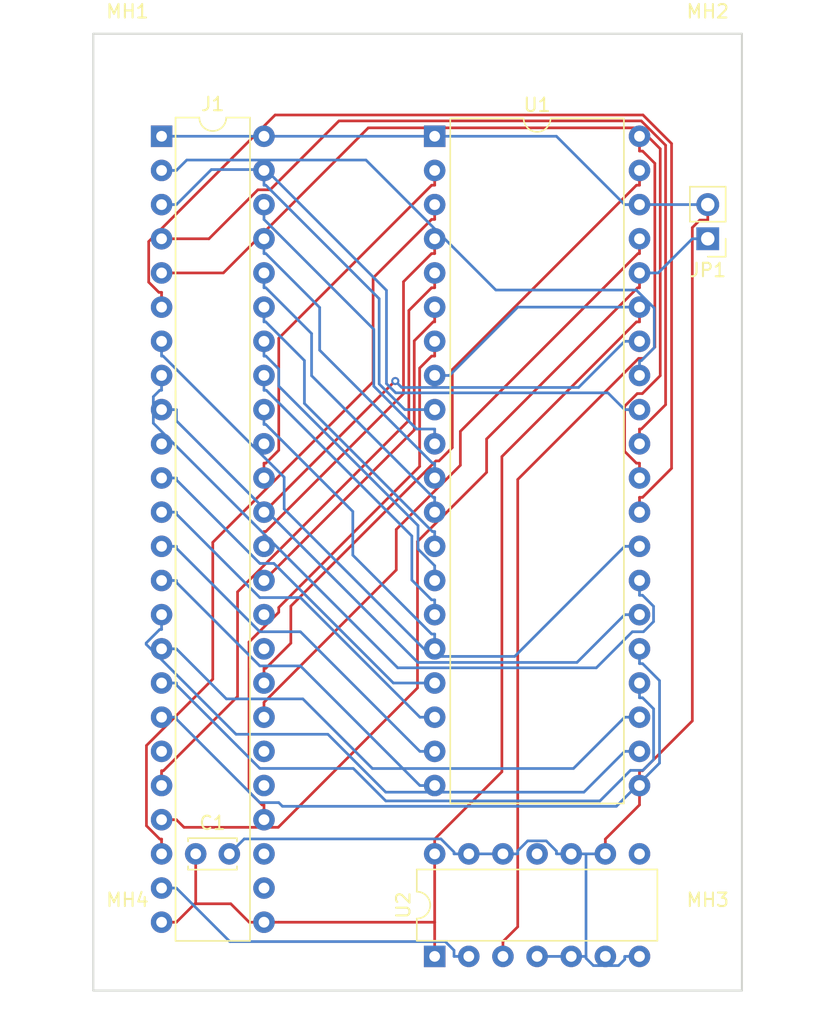
<source format=kicad_pcb>
(kicad_pcb (version 20221018) (generator pcbnew)
  (title_block (title "BionicMC6802") (company "Tadashi G. Takaoka"))
  (layers (0 "F.Cu" signal) (31 "B.Cu" signal) (34 "B.Paste" user) (35 "F.Paste" user) (36 "B.SilkS" user "B.Silkscreen") (37 "F.SilkS" user "F.Silkscreen") (38 "B.Mask" user) (39 "F.Mask" user) (44 "Edge.Cuts" user))
  (net 0 "")
  (net 1 "VCC")
  (net 2 "GND")
  (net 3 "/P53")
  (net 4 "/P26")
  (net 5 "/P27")
  (net 6 "/P47")
  (net 7 "/P46")
  (net 8 "/P25")
  (net 9 "/P24")
  (net 10 "/P23")
  (net 11 "/P22")
  (net 12 "/P21")
  (net 13 "/P20")
  (net 14 "/P34")
  (net 15 "/P35")
  (net 16 "/P17")
  (net 17 "/P36")
  (net 18 "/P16")
  (net 19 "/P15")
  (net 20 "/P40")
  (net 21 "/P14")
  (net 22 "/P41")
  (net 23 "/P13")
  (net 24 "/P42")
  (net 25 "/P12")
  (net 26 "/P11")
  (net 27 "/P10")
  (net 31 "/P33")
  (net 32 "/P32")
  (net 33 "/P31")
  (net 34 "/P30")
  (net 35 "/P51")
  (net 36 "/P55")
  (net 37 "/P43")
  (net 38 "/P37")
  (net 39 "/P50")
  (net 40 "/P52")
  (net 47 "Net-(U1-~{RESET})")
  (footprint "MountingHole:MountingHole_3.2mm_M3" (layer "F.Cu") (at 101 70)
    (fp_text reference "MH1" (at 0 -4.2) (layer "F.SilkS"))
    (fp_text value "MountingHole_3.2mm_M3")
    (pad "" np_thru_hole circle (at 0 0) (size 3.2 3.2) (drill 3.2) (layers "*.Cu" "*.Mask"))
  )
  (footprint "MountingHole:MountingHole_3.2mm_M3" (layer "F.Cu") (at 144.18 70)
    (fp_text reference "MH2" (at 0 -4.2) (layer "F.SilkS"))
    (fp_text value "MountingHole_3.2mm_M3")
    (pad "" np_thru_hole circle (at 0 0) (size 3.2 3.2) (drill 3.2) (layers "*.Cu" "*.Mask"))
  )
  (footprint "MountingHole:MountingHole_3.2mm_M3" (layer "F.Cu") (at 144.18 136.04)
    (fp_text reference "MH3" (at 0 -4.2) (layer "F.SilkS"))
    (fp_text value "MountingHole_3.2mm_M3")
    (pad "" np_thru_hole circle (at 0 0) (size 3.2 3.2) (drill 3.2) (layers "*.Cu" "*.Mask"))
  )
  (footprint "MountingHole:MountingHole_3.2mm_M3" (layer "F.Cu") (at 101 136.04)
    (fp_text reference "MH4" (at 0 -4.2) (layer "F.SilkS"))
    (fp_text value "MountingHole_3.2mm_M3")
    (pad "" np_thru_hole circle (at 0 0) (size 3.2 3.2) (drill 3.2) (layers "*.Cu" "*.Mask"))
  )
  (footprint "Package_DIP:DIP-14_W7.62mm" (layer "F.Cu") (at 123.86 136.04 90)
    (fp_text reference "U2" (at 3.81 -2.33 90) (layer "F.SilkS"))
    (fp_text value "74HCT126")
    (fp_line (start 1.16 -1.33) (end 1.16 16.57) (stroke (width 0.12)) (layer "F.SilkS"))
    (fp_line (start 1.16 16.57) (end 6.46 16.57) (stroke (width 0.12)) (layer "F.SilkS"))
    (fp_line (start 2.81 -1.33) (end 1.16 -1.33) (stroke (width 0.12)) (layer "F.SilkS"))
    (fp_line (start 6.46 -1.33) (end 4.81 -1.33) (stroke (width 0.12)) (layer "F.SilkS"))
    (fp_line (start 6.46 16.57) (end 6.46 -1.33) (stroke (width 0.12)) (layer "F.SilkS"))
    (fp_arc (start 4.81 -1.33) (mid 3.81 -0.33) (end 2.81 -1.33) (stroke (width 0.12)) (layer "F.SilkS"))
    (pad "1" thru_hole rect (at 0 0 90) (size 1.6 1.6) (drill 0.8) (layers "*.Cu" "*.Mask") (net 1 "VCC"))
    (pad "2" thru_hole oval (at 0 2.54 90) (size 1.6 1.6) (drill 0.8) (layers "*.Cu" "*.Mask") (net 3 "/P53"))
    (pad "3" thru_hole oval (at 0 5.08 90) (size 1.6 1.6) (drill 0.8) (layers "*.Cu" "*.Mask") (net 47 "Net-(U1-~{RESET})"))
    (pad "4" thru_hole oval (at 0 7.62 90) (size 1.6 1.6) (drill 0.8) (layers "*.Cu" "*.Mask") (net 2 "GND"))
    (pad "5" thru_hole oval (at 0 10.16 90) (size 1.6 1.6) (drill 0.8) (layers "*.Cu" "*.Mask") (net 2 "GND"))
    (pad "6" thru_hole oval (at 0 12.7 90) (size 1.6 1.6) (drill 0.8) (layers "*.Cu" "*.Mask"))
    (pad "7" thru_hole oval (at 0 15.24 90) (size 1.6 1.6) (drill 0.8) (layers "*.Cu" "*.Mask") (net 2 "GND"))
    (pad "8" thru_hole oval (at 7.62 15.24 90) (size 1.6 1.6) (drill 0.8) (layers "*.Cu" "*.Mask"))
    (pad "9" thru_hole oval (at 7.62 12.7 90) (size 1.6 1.6) (drill 0.8) (layers "*.Cu" "*.Mask") (net 2 "GND"))
    (pad "10" thru_hole oval (at 7.62 10.16 90) (size 1.6 1.6) (drill 0.8) (layers "*.Cu" "*.Mask") (net 2 "GND"))
    (pad "11" thru_hole oval (at 7.62 7.62 90) (size 1.6 1.6) (drill 0.8) (layers "*.Cu" "*.Mask"))
    (pad "12" thru_hole oval (at 7.62 5.08 90) (size 1.6 1.6) (drill 0.8) (layers "*.Cu" "*.Mask") (net 2 "GND"))
    (pad "13" thru_hole oval (at 7.62 2.54 90) (size 1.6 1.6) (drill 0.8) (layers "*.Cu" "*.Mask") (net 2 "GND"))
    (pad "14" thru_hole oval (at 7.62 0 90) (size 1.6 1.6) (drill 0.8) (layers "*.Cu" "*.Mask") (net 1 "VCC"))
  )
  (footprint "Connector_PinHeader_2.54mm:PinHeader_1x02_P2.54mm_Vertical" (layer "F.Cu") (at 144.18 82.7 180)
    (fp_text reference "JP1" (at 0 -2.33) (layer "F.SilkS"))
    (fp_text value "RAM_disable")
    (fp_line (start -1.33 -1.33) (end 0 -1.33) (stroke (width 0.12)) (layer "F.SilkS"))
    (fp_line (start -1.33 0) (end -1.33 -1.33) (stroke (width 0.12)) (layer "F.SilkS"))
    (fp_line (start -1.33 1.27) (end -1.33 3.87) (stroke (width 0.12)) (layer "F.SilkS"))
    (fp_line (start -1.33 1.27) (end 1.33 1.27) (stroke (width 0.12)) (layer "F.SilkS"))
    (fp_line (start -1.33 3.87) (end 1.33 3.87) (stroke (width 0.12)) (layer "F.SilkS"))
    (fp_line (start 1.33 1.27) (end 1.33 3.87) (stroke (width 0.12)) (layer "F.SilkS"))
    (pad "1" thru_hole rect (at 0 0 180) (size 1.7 1.7) (drill 1) (layers "*.Cu" "*.Mask") (net 35 "/P51"))
    (pad "2" thru_hole oval (at 0 2.54 180) (size 1.7 1.7) (drill 1) (layers "*.Cu" "*.Mask") (net 2 "GND"))
  )
  (footprint "Capacitor_THT:C_Disc_D3.4mm_W2.1mm_P2.50mm" (layer "F.Cu") (at 106.08 128.42)
    (fp_text reference "C1" (at 1.25 -2.3) (layer "F.SilkS"))
    (fp_text value "0.1u")
    (fp_line (start -0.57 -1.17) (end -0.57 -0.925) (stroke (width 0.12)) (layer "F.SilkS"))
    (fp_line (start -0.57 -1.17) (end 3.07 -1.17) (stroke (width 0.12)) (layer "F.SilkS"))
    (fp_line (start -0.57 0.925) (end -0.57 1.17) (stroke (width 0.12)) (layer "F.SilkS"))
    (fp_line (start -0.57 1.17) (end 3.07 1.17) (stroke (width 0.12)) (layer "F.SilkS"))
    (fp_line (start 3.07 -1.17) (end 3.07 -0.925) (stroke (width 0.12)) (layer "F.SilkS"))
    (fp_line (start 3.07 0.925) (end 3.07 1.17) (stroke (width 0.12)) (layer "F.SilkS"))
    (pad "1" thru_hole circle (at 0 0) (size 1.6 1.6) (drill 0.8) (layers "*.Cu" "*.Mask") (net 1 "VCC"))
    (pad "2" thru_hole circle (at 2.5 0) (size 1.6 1.6) (drill 0.8) (layers "*.Cu" "*.Mask") (net 2 "GND"))
  )
  (footprint "0-LocalLibrary:DIP-48_W7.62mm" (layer "F.Cu") (at 103.54 75.08)
    (fp_text reference "J1" (at 3.81 -2.39) (layer "F.SilkS"))
    (fp_text value "BionicConnector")
    (fp_line (start 1.04 -1.39) (end 1.04 39.49) (stroke (width 0.12)) (layer "F.SilkS"))
    (fp_line (start 1.04 18.93) (end 1.04 59.81) (stroke (width 0.12)) (layer "F.SilkS"))
    (fp_line (start 1.04 59.81) (end 6.58 59.81) (stroke (width 0.12)) (layer "F.SilkS"))
    (fp_line (start 2.81 -1.39) (end 1.04 -1.39) (stroke (width 0.12)) (layer "F.SilkS"))
    (fp_line (start 6.58 -1.39) (end 4.81 -1.39) (stroke (width 0.12)) (layer "F.SilkS"))
    (fp_line (start 6.58 39.49) (end 6.58 -1.39) (stroke (width 0.12)) (layer "F.SilkS"))
    (fp_line (start 6.58 59.81) (end 6.58 18.93) (stroke (width 0.12)) (layer "F.SilkS"))
    (fp_arc (start 4.81 -1.39) (mid 3.81 -0.39) (end 2.81 -1.39) (stroke (width 0.12)) (layer "F.SilkS"))
    (pad "1" thru_hole rect (at 0 0) (size 1.6 1.6) (drill 0.8) (layers "*.Cu" "*.Mask") (net 2 "GND"))
    (pad "2" thru_hole oval (at 0 2.54) (size 1.6 1.6) (drill 0.8) (layers "*.Cu" "*.Mask") (net 27 "/P10"))
    (pad "3" thru_hole oval (at 0 5.08) (size 1.6 1.6) (drill 0.8) (layers "*.Cu" "*.Mask") (net 26 "/P11"))
    (pad "4" thru_hole oval (at 0 7.62) (size 1.6 1.6) (drill 0.8) (layers "*.Cu" "*.Mask") (net 25 "/P12"))
    (pad "5" thru_hole oval (at 0 10.16) (size 1.6 1.6) (drill 0.8) (layers "*.Cu" "*.Mask") (net 23 "/P13"))
    (pad "6" thru_hole oval (at 0 12.7) (size 1.6 1.6) (drill 0.8) (layers "*.Cu" "*.Mask") (net 21 "/P14"))
    (pad "7" thru_hole oval (at 0 15.24) (size 1.6 1.6) (drill 0.8) (layers "*.Cu" "*.Mask") (net 19 "/P15"))
    (pad "8" thru_hole oval (at 0 17.78) (size 1.6 1.6) (drill 0.8) (layers "*.Cu" "*.Mask") (net 18 "/P16"))
    (pad "9" thru_hole oval (at 0 20.32) (size 1.6 1.6) (drill 0.8) (layers "*.Cu" "*.Mask") (net 16 "/P17"))
    (pad "10" thru_hole oval (at 0 22.86) (size 1.6 1.6) (drill 0.8) (layers "*.Cu" "*.Mask"))
    (pad "11" thru_hole oval (at 0 25.4) (size 1.6 1.6) (drill 0.8) (layers "*.Cu" "*.Mask") (net 34 "/P30"))
    (pad "12" thru_hole oval (at 0 27.94) (size 1.6 1.6) (drill 0.8) (layers "*.Cu" "*.Mask") (net 33 "/P31"))
    (pad "13" thru_hole oval (at 0 30.48) (size 1.6 1.6) (drill 0.8) (layers "*.Cu" "*.Mask") (net 32 "/P32"))
    (pad "14" thru_hole oval (at 0 33.02) (size 1.6 1.6) (drill 0.8) (layers "*.Cu" "*.Mask") (net 31 "/P33"))
    (pad "15" thru_hole oval (at 0 35.56) (size 1.6 1.6) (drill 0.8) (layers "*.Cu" "*.Mask") (net 14 "/P34"))
    (pad "16" thru_hole oval (at 0 38.1) (size 1.6 1.6) (drill 0.8) (layers "*.Cu" "*.Mask") (net 15 "/P35"))
    (pad "17" thru_hole oval (at 0 40.64) (size 1.6 1.6) (drill 0.8) (layers "*.Cu" "*.Mask") (net 17 "/P36"))
    (pad "18" thru_hole oval (at 0 43.18) (size 1.6 1.6) (drill 0.8) (layers "*.Cu" "*.Mask") (net 38 "/P37"))
    (pad "19" thru_hole oval (at 0 45.72) (size 1.6 1.6) (drill 0.8) (layers "*.Cu" "*.Mask"))
    (pad "20" thru_hole oval (at 0 48.26) (size 1.6 1.6) (drill 0.8) (layers "*.Cu" "*.Mask") (net 39 "/P50"))
    (pad "21" thru_hole oval (at 0 50.8) (size 1.6 1.6) (drill 0.8) (layers "*.Cu" "*.Mask") (net 35 "/P51"))
    (pad "22" thru_hole oval (at 0 53.34) (size 1.6 1.6) (drill 0.8) (layers "*.Cu" "*.Mask") (net 40 "/P52"))
    (pad "23" thru_hole oval (at 0 55.88) (size 1.6 1.6) (drill 0.8) (layers "*.Cu" "*.Mask") (net 3 "/P53"))
    (pad "24" thru_hole oval (at 0 58.42) (size 1.6 1.6) (drill 0.8) (layers "*.Cu" "*.Mask") (net 1 "VCC"))
    (pad "25" thru_hole oval (at 7.62 58.42) (size 1.6 1.6) (drill 0.8) (layers "*.Cu" "*.Mask") (net 1 "VCC"))
    (pad "26" thru_hole oval (at 7.62 55.88) (size 1.6 1.6) (drill 0.8) (layers "*.Cu" "*.Mask"))
    (pad "27" thru_hole oval (at 7.62 53.34) (size 1.6 1.6) (drill 0.8) (layers "*.Cu" "*.Mask"))
    (pad "28" thru_hole oval (at 7.62 50.8) (size 1.6 1.6) (drill 0.8) (layers "*.Cu" "*.Mask") (net 36 "/P55"))
    (pad "29" thru_hole oval (at 7.62 48.26) (size 1.6 1.6) (drill 0.8) (layers "*.Cu" "*.Mask"))
    (pad "30" thru_hole oval (at 7.62 45.72) (size 1.6 1.6) (drill 0.8) (layers "*.Cu" "*.Mask"))
    (pad "31" thru_hole oval (at 7.62 43.18) (size 1.6 1.6) (drill 0.8) (layers "*.Cu" "*.Mask") (net 6 "/P47"))
    (pad "32" thru_hole oval (at 7.62 40.64) (size 1.6 1.6) (drill 0.8) (layers "*.Cu" "*.Mask") (net 7 "/P46"))
    (pad "33" thru_hole oval (at 7.62 38.1) (size 1.6 1.6) (drill 0.8) (layers "*.Cu" "*.Mask"))
    (pad "34" thru_hole oval (at 7.62 35.56) (size 1.6 1.6) (drill 0.8) (layers "*.Cu" "*.Mask"))
    (pad "35" thru_hole oval (at 7.62 33.02) (size 1.6 1.6) (drill 0.8) (layers "*.Cu" "*.Mask") (net 37 "/P43"))
    (pad "36" thru_hole oval (at 7.62 30.48) (size 1.6 1.6) (drill 0.8) (layers "*.Cu" "*.Mask") (net 24 "/P42"))
    (pad "37" thru_hole oval (at 7.62 27.94) (size 1.6 1.6) (drill 0.8) (layers "*.Cu" "*.Mask") (net 22 "/P41"))
    (pad "38" thru_hole oval (at 7.62 25.4) (size 1.6 1.6) (drill 0.8) (layers "*.Cu" "*.Mask") (net 20 "/P40"))
    (pad "39" thru_hole oval (at 7.62 22.86) (size 1.6 1.6) (drill 0.8) (layers "*.Cu" "*.Mask"))
    (pad "40" thru_hole oval (at 7.62 20.32) (size 1.6 1.6) (drill 0.8) (layers "*.Cu" "*.Mask") (net 5 "/P27"))
    (pad "41" thru_hole oval (at 7.62 17.78) (size 1.6 1.6) (drill 0.8) (layers "*.Cu" "*.Mask") (net 4 "/P26"))
    (pad "42" thru_hole oval (at 7.62 15.24) (size 1.6 1.6) (drill 0.8) (layers "*.Cu" "*.Mask") (net 8 "/P25"))
    (pad "43" thru_hole oval (at 7.62 12.7) (size 1.6 1.6) (drill 0.8) (layers "*.Cu" "*.Mask") (net 9 "/P24"))
    (pad "44" thru_hole oval (at 7.62 10.16) (size 1.6 1.6) (drill 0.8) (layers "*.Cu" "*.Mask") (net 10 "/P23"))
    (pad "45" thru_hole oval (at 7.62 7.62) (size 1.6 1.6) (drill 0.8) (layers "*.Cu" "*.Mask") (net 11 "/P22"))
    (pad "46" thru_hole oval (at 7.62 5.08) (size 1.6 1.6) (drill 0.8) (layers "*.Cu" "*.Mask") (net 12 "/P21"))
    (pad "47" thru_hole oval (at 7.62 2.54) (size 1.6 1.6) (drill 0.8) (layers "*.Cu" "*.Mask") (net 13 "/P20"))
    (pad "48" thru_hole oval (at 7.62 0) (size 1.6 1.6) (drill 0.8) (layers "*.Cu" "*.Mask") (net 2 "GND"))
  )
  (footprint "Package_DIP:DIP-40_W15.24mm" (layer "F.Cu") (at 123.86 75.08)
    (fp_text reference "U1" (at 7.62 -2.33) (layer "F.SilkS"))
    (fp_text value "MC6802P")
    (fp_line (start 1.16 -1.33) (end 1.16 49.59) (stroke (width 0.12)) (layer "F.SilkS"))
    (fp_line (start 1.16 49.59) (end 14.08 49.59) (stroke (width 0.12)) (layer "F.SilkS"))
    (fp_line (start 6.62 -1.33) (end 1.16 -1.33) (stroke (width 0.12)) (layer "F.SilkS"))
    (fp_line (start 14.08 -1.33) (end 8.62 -1.33) (stroke (width 0.12)) (layer "F.SilkS"))
    (fp_line (start 14.08 49.59) (end 14.08 -1.33) (stroke (width 0.12)) (layer "F.SilkS"))
    (fp_arc (start 8.62 -1.33) (mid 7.62 -0.33) (end 6.62 -1.33) (stroke (width 0.12)) (layer "F.SilkS"))
    (pad "1" thru_hole rect (at 0 0) (size 1.6 1.6) (drill 0.8) (layers "*.Cu" "*.Mask") (net 2 "GND"))
    (pad "2" thru_hole oval (at 0 2.54) (size 1.6 1.6) (drill 0.8) (layers "*.Cu" "*.Mask") (net 20 "/P40"))
    (pad "3" thru_hole oval (at 0 5.08) (size 1.6 1.6) (drill 0.8) (layers "*.Cu" "*.Mask") (net 40 "/P52"))
    (pad "4" thru_hole oval (at 0 7.62) (size 1.6 1.6) (drill 0.8) (layers "*.Cu" "*.Mask") (net 24 "/P42"))
    (pad "5" thru_hole oval (at 0 10.16) (size 1.6 1.6) (drill 0.8) (layers "*.Cu" "*.Mask") (net 39 "/P50"))
    (pad "6" thru_hole oval (at 0 12.7) (size 1.6 1.6) (drill 0.8) (layers "*.Cu" "*.Mask") (net 37 "/P43"))
    (pad "7" thru_hole oval (at 0 15.24) (size 1.6 1.6) (drill 0.8) (layers "*.Cu" "*.Mask") (net 36 "/P55"))
    (pad "8" thru_hole oval (at 0 17.78) (size 1.6 1.6) (drill 0.8) (layers "*.Cu" "*.Mask") (net 1 "VCC"))
    (pad "9" thru_hole oval (at 0 20.32) (size 1.6 1.6) (drill 0.8) (layers "*.Cu" "*.Mask") (net 13 "/P20"))
    (pad "10" thru_hole oval (at 0 22.86) (size 1.6 1.6) (drill 0.8) (layers "*.Cu" "*.Mask") (net 12 "/P21"))
    (pad "11" thru_hole oval (at 0 25.4) (size 1.6 1.6) (drill 0.8) (layers "*.Cu" "*.Mask") (net 11 "/P22"))
    (pad "12" thru_hole oval (at 0 27.94) (size 1.6 1.6) (drill 0.8) (layers "*.Cu" "*.Mask") (net 10 "/P23"))
    (pad "13" thru_hole oval (at 0 30.48) (size 1.6 1.6) (drill 0.8) (layers "*.Cu" "*.Mask") (net 9 "/P24"))
    (pad "14" thru_hole oval (at 0 33.02) (size 1.6 1.6) (drill 0.8) (layers "*.Cu" "*.Mask") (net 8 "/P25"))
    (pad "15" thru_hole oval (at 0 35.56) (size 1.6 1.6) (drill 0.8) (layers "*.Cu" "*.Mask") (net 4 "/P26"))
    (pad "16" thru_hole oval (at 0 38.1) (size 1.6 1.6) (drill 0.8) (layers "*.Cu" "*.Mask") (net 5 "/P27"))
    (pad "17" thru_hole oval (at 0 40.64) (size 1.6 1.6) (drill 0.8) (layers "*.Cu" "*.Mask") (net 34 "/P30"))
    (pad "18" thru_hole oval (at 0 43.18) (size 1.6 1.6) (drill 0.8) (layers "*.Cu" "*.Mask") (net 33 "/P31"))
    (pad "19" thru_hole oval (at 0 45.72) (size 1.6 1.6) (drill 0.8) (layers "*.Cu" "*.Mask") (net 32 "/P32"))
    (pad "20" thru_hole oval (at 0 48.26) (size 1.6 1.6) (drill 0.8) (layers "*.Cu" "*.Mask") (net 31 "/P33"))
    (pad "21" thru_hole oval (at 15.24 48.26) (size 1.6 1.6) (drill 0.8) (layers "*.Cu" "*.Mask") (net 2 "GND"))
    (pad "22" thru_hole oval (at 15.24 45.72) (size 1.6 1.6) (drill 0.8) (layers "*.Cu" "*.Mask") (net 14 "/P34"))
    (pad "23" thru_hole oval (at 15.24 43.18) (size 1.6 1.6) (drill 0.8) (layers "*.Cu" "*.Mask") (net 15 "/P35"))
    (pad "24" thru_hole oval (at 15.24 40.64) (size 1.6 1.6) (drill 0.8) (layers "*.Cu" "*.Mask") (net 17 "/P36"))
    (pad "25" thru_hole oval (at 15.24 38.1) (size 1.6 1.6) (drill 0.8) (layers "*.Cu" "*.Mask") (net 38 "/P37"))
    (pad "26" thru_hole oval (at 15.24 35.56) (size 1.6 1.6) (drill 0.8) (layers "*.Cu" "*.Mask") (net 16 "/P17"))
    (pad "27" thru_hole oval (at 15.24 33.02) (size 1.6 1.6) (drill 0.8) (layers "*.Cu" "*.Mask") (net 18 "/P16"))
    (pad "28" thru_hole oval (at 15.24 30.48) (size 1.6 1.6) (drill 0.8) (layers "*.Cu" "*.Mask") (net 19 "/P15"))
    (pad "29" thru_hole oval (at 15.24 27.94) (size 1.6 1.6) (drill 0.8) (layers "*.Cu" "*.Mask") (net 21 "/P14"))
    (pad "30" thru_hole oval (at 15.24 25.4) (size 1.6 1.6) (drill 0.8) (layers "*.Cu" "*.Mask") (net 23 "/P13"))
    (pad "31" thru_hole oval (at 15.24 22.86) (size 1.6 1.6) (drill 0.8) (layers "*.Cu" "*.Mask") (net 25 "/P12"))
    (pad "32" thru_hole oval (at 15.24 20.32) (size 1.6 1.6) (drill 0.8) (layers "*.Cu" "*.Mask") (net 26 "/P11"))
    (pad "33" thru_hole oval (at 15.24 17.78) (size 1.6 1.6) (drill 0.8) (layers "*.Cu" "*.Mask") (net 27 "/P10"))
    (pad "34" thru_hole oval (at 15.24 15.24) (size 1.6 1.6) (drill 0.8) (layers "*.Cu" "*.Mask") (net 22 "/P41"))
    (pad "35" thru_hole oval (at 15.24 12.7) (size 1.6 1.6) (drill 0.8) (layers "*.Cu" "*.Mask") (net 1 "VCC"))
    (pad "36" thru_hole oval (at 15.24 10.16) (size 1.6 1.6) (drill 0.8) (layers "*.Cu" "*.Mask") (net 35 "/P51"))
    (pad "37" thru_hole oval (at 15.24 7.62) (size 1.6 1.6) (drill 0.8) (layers "*.Cu" "*.Mask") (net 6 "/P47"))
    (pad "38" thru_hole oval (at 15.24 5.08) (size 1.6 1.6) (drill 0.8) (layers "*.Cu" "*.Mask") (net 2 "GND"))
    (pad "39" thru_hole oval (at 15.24 2.54) (size 1.6 1.6) (drill 0.8) (layers "*.Cu" "*.Mask") (net 7 "/P46"))
    (pad "40" thru_hole oval (at 15.24 0) (size 1.6 1.6) (drill 0.8) (layers "*.Cu" "*.Mask") (net 47 "Net-(U1-~{RESET})"))
  )
  (gr_line (start 98.46 138.58) (end 98.46 67.46) (stroke (width 0.15)) (layer "Edge.Cuts"))
  (gr_line (start 146.72 138.58) (end 98.46 138.58) (stroke (width 0.15)) (layer "Edge.Cuts"))
  (gr_line (start 98.46 67.46) (end 146.72 67.46) (stroke (width 0.15)) (layer "Edge.Cuts"))
  (gr_line (start 146.72 67.46) (end 146.72 138.58) (stroke (width 0.15)) (layer "Edge.Cuts"))
  (segment (start 139.328 76.1803) (end 139.1 76.1803) (width 0.2) (layer "F.Cu") (net 0))
  (segment (start 130.0403 133.8394) (end 130.0403 100.5908) (width 0.2) (layer "F.Cu") (net 0))
  (segment (start 139.1 75.08) (end 139.1 76.1803) (width 0.2) (layer "F.Cu") (net 0))
  (segment (start 140.2413 90.7522) (end 140.2413 77.0936) (width 0.2) (layer "F.Cu") (net 0))
  (segment (start 128.94 134.9397) (end 130.0403 133.8394) (width 0.2) (layer "F.Cu") (net 0))
  (segment (start 139.0411 91.59) (end 139.4035 91.59) (width 0.2) (layer "F.Cu") (net 0))
  (segment (start 139.4035 91.59) (end 140.2413 90.7522) (width 0.2) (layer "F.Cu") (net 0))
  (segment (start 128.94 136.04) (end 128.94 134.9397) (width 0.2) (layer "F.Cu") (net 0))
  (segment (start 140.2413 77.0936) (end 139.328 76.1803) (width 0.2) (layer "F.Cu") (net 0))
  (segment (start 130.0403 100.5908) (end 139.0411 91.59) (width 0.2) (layer "F.Cu") (net 0))
  (segment (start 128.8608 98.8915) (end 138.872 88.8803) (width 0.2) (layer "F.Cu") (net 1))
  (segment (start 111.16 133.5) (end 110.0597 133.5) (width 0.2) (layer "F.Cu") (net 1))
  (segment (start 123.86 127.3197) (end 128.8608 122.3189) (width 0.2) (layer "F.Cu") (net 1))
  (segment (start 111.16 133.5) (end 112.2603 133.5) (width 0.2) (layer "F.Cu") (net 1))
  (segment (start 128.8608 122.3189) (end 128.8608 98.8915) (width 0.2) (layer "F.Cu") (net 1))
  (segment (start 106.0104 132.1299) (end 104.6403 133.5) (width 0.2) (layer "F.Cu") (net 1))
  (segment (start 123.86 128.42) (end 123.86 127.3197) (width 0.2) (layer "F.Cu") (net 1))
  (segment (start 110.0597 133.5) (end 108.6896 132.1299) (width 0.2) (layer "F.Cu") (net 1))
  (segment (start 123.86 136.04) (end 123.86 133.5) (width 0.2) (layer "F.Cu") (net 1))
  (segment (start 106.08 132.1299) (end 106.0104 132.1299) (width 0.2) (layer "F.Cu") (net 1))
  (segment (start 106.08 132.1299) (end 106.08 128.42) (width 0.2) (layer "F.Cu") (net 1))
  (segment (start 123.86 133.5) (end 123.86 128.42) (width 0.2) (layer "F.Cu") (net 1))
  (segment (start 108.6896 132.1299) (end 106.08 132.1299) (width 0.2) (layer "F.Cu") (net 1))
  (segment (start 103.54 133.5) (end 104.6403 133.5) (width 0.2) (layer "F.Cu") (net 1))
  (segment (start 138.872 88.8803) (end 139.1 88.8803) (width 0.2) (layer "F.Cu") (net 1))
  (segment (start 123.86 133.5) (end 112.2603 133.5) (width 0.2) (layer "F.Cu") (net 1))
  (segment (start 139.1 87.78) (end 139.1 88.8803) (width 0.2) (layer "F.Cu") (net 1))
  (segment (start 139.1 87.78) (end 130.0403 87.78) (width 0.2) (layer "B.Cu") (net 1))
  (segment (start 123.86 92.86) (end 124.9603 92.86) (width 0.2) (layer "B.Cu") (net 1))
  (segment (start 130.0403 87.78) (end 124.9603 92.86) (width 0.2) (layer "B.Cu") (net 1))
  (segment (start 139.1 124.7797) (end 139.1 123.34) (width 0.2) (layer "F.Cu") (net 2))
  (segment (start 136.56 128.42) (end 136.56 127.3197) (width 0.2) (layer "F.Cu") (net 2))
  (segment (start 143.0297 118.538) (end 139.328 122.2397) (width 0.2) (layer "F.Cu") (net 2))
  (segment (start 139.328 122.2397) (end 139.1 122.2397) (width 0.2) (layer "F.Cu") (net 2))
  (segment (start 139.1 123.34) (end 139.1 122.2397) (width 0.2) (layer "F.Cu") (net 2))
  (segment (start 143.0297 81.8674) (end 143.0297 118.538) (width 0.2) (layer "F.Cu") (net 2))
  (segment (start 136.56 127.3197) (end 139.1 124.7797) (width 0.2) (layer "F.Cu") (net 2))
  (segment (start 144.18 80.16) (end 144.18 81.3103) (width 0.2) (layer "F.Cu") (net 2))
  (segment (start 144.18 81.3103) (end 143.5868 81.3103) (width 0.2) (layer "F.Cu") (net 2))
  (segment (start 143.5868 81.3103) (end 143.0297 81.8674) (width 0.2) (layer "F.Cu") (net 2))
  (segment (start 135.1203 128.42) (end 134.02 128.42) (width 0.2) (layer "B.Cu") (net 2))
  (segment (start 139.1 80.16) (end 137.9997 80.16) (width 0.2) (layer "B.Cu") (net 2))
  (segment (start 128.94 128.42) (end 126.4 128.42) (width 0.2) (layer "B.Cu") (net 2))
  (segment (start 124.9603 75.08) (end 132.9197 75.08) (width 0.2) (layer "B.Cu") (net 2))
  (segment (start 125.2997 128.2825) (end 124.3259 127.3087) (width 0.2) (layer "B.Cu") (net 2))
  (segment (start 134.02 128.42) (end 132.9197 128.42) (width 0.2) (layer "B.Cu") (net 2))
  (segment (start 135.1203 136.1775) (end 135.6661 136.7233) (width 0.2) (layer "B.Cu") (net 2))
  (segment (start 132.9197 128.2127) (end 132.1623 127.4553) (width 0.2) (layer "B.Cu") (net 2))
  (segment (start 137.5444 136.7233) (end 137.9997 136.268) (width 0.2) (layer "B.Cu") (net 2))
  (segment (start 123.86 75.08) (end 111.16 75.08) (width 0.2) (layer "B.Cu") (net 2))
  (segment (start 132.9197 75.08) (end 137.9997 80.16) (width 0.2) (layer "B.Cu") (net 2))
  (segment (start 137.9997 136.268) (end 137.9997 136.04) (width 0.2) (layer "B.Cu") (net 2))
  (segment (start 126.4 128.42) (end 125.2997 128.42) (width 0.2) (layer "B.Cu") (net 2))
  (segment (start 131.48 136.04) (end 134.02 136.04) (width 0.2) (layer "B.Cu") (net 2))
  (segment (start 132.1623 127.4553) (end 130.777 127.4553) (width 0.2) (layer "B.Cu") (net 2))
  (segment (start 123.86 75.08) (end 124.9603 75.08) (width 0.2) (layer "B.Cu") (net 2))
  (segment (start 124.3259 127.3087) (end 109.6913 127.3087) (width 0.2) (layer "B.Cu") (net 2))
  (segment (start 109.6913 127.3087) (end 108.58 128.42) (width 0.2) (layer "B.Cu") (net 2))
  (segment (start 136.56 128.42) (end 135.1203 128.42) (width 0.2) (layer "B.Cu") (net 2))
  (segment (start 130.777 127.4553) (end 130.0403 128.192) (width 0.2) (layer "B.Cu") (net 2))
  (segment (start 139.1 136.04) (end 137.9997 136.04) (width 0.2) (layer "B.Cu") (net 2))
  (segment (start 144.18 80.16) (end 139.1 80.16) (width 0.2) (layer "B.Cu") (net 2))
  (segment (start 135.1203 136.04) (end 135.1203 136.1775) (width 0.2) (layer "B.Cu") (net 2))
  (segment (start 135.6661 136.7233) (end 137.5444 136.7233) (width 0.2) (layer "B.Cu") (net 2))
  (segment (start 103.54 75.08) (end 104.6403 75.08) (width 0.2) (layer "B.Cu") (net 2))
  (segment (start 128.94 128.42) (end 130.0403 128.42) (width 0.2) (layer "B.Cu") (net 2))
  (segment (start 111.16 75.08) (end 104.6403 75.08) (width 0.2) (layer "B.Cu") (net 2))
  (segment (start 125.2997 128.42) (end 125.2997 128.2825) (width 0.2) (layer "B.Cu") (net 2))
  (segment (start 132.9197 128.42) (end 132.9197 128.2127) (width 0.2) (layer "B.Cu") (net 2))
  (segment (start 134.02 136.04) (end 135.1203 136.04) (width 0.2) (layer "B.Cu") (net 2))
  (segment (start 135.1203 128.42) (end 135.1203 136.04) (width 0.2) (layer "B.Cu") (net 2))
  (segment (start 130.0403 128.192) (end 130.0403 128.42) (width 0.2) (layer "B.Cu") (net 2))
  (segment (start 108.62 134.9397) (end 104.6403 130.96) (width 0.2) (layer "B.Cu") (net 3))
  (segment (start 103.54 130.96) (end 104.6403 130.96) (width 0.2) (layer "B.Cu") (net 3))
  (segment (start 125.2997 136.04) (end 125.2997 135.5887) (width 0.2) (layer "B.Cu") (net 3))
  (segment (start 124.6507 134.9397) (end 108.62 134.9397) (width 0.2) (layer "B.Cu") (net 3))
  (segment (start 125.2997 135.5887) (end 124.6507 134.9397) (width 0.2) (layer "B.Cu") (net 3))
  (segment (start 126.4 136.04) (end 125.2997 136.04) (width 0.2) (layer "B.Cu") (net 3))
  (segment (start 122.1613 108.069) (end 123.632 109.5397) (width 0.2) (layer "B.Cu") (net 4))
  (segment (start 122.1613 104.7919) (end 122.1613 108.069) (width 0.2) (layer "B.Cu") (net 4))
  (segment (start 111.3297 93.9603) (end 122.1613 104.7919) (width 0.2) (layer "B.Cu") (net 4))
  (segment (start 111.16 93.9603) (end 111.3297 93.9603) (width 0.2) (layer "B.Cu") (net 4))
  (segment (start 111.16 92.86) (end 111.16 93.9603) (width 0.2) (layer "B.Cu") (net 4))
  (segment (start 123.632 109.5397) (end 123.86 109.5397) (width 0.2) (layer "B.Cu") (net 4))
  (segment (start 123.86 110.64) (end 123.86 109.5397) (width 0.2) (layer "B.Cu") (net 4))
  (segment (start 111.2975 96.5003) (end 117.7687 102.9715) (width 0.2) (layer "B.Cu") (net 5))
  (segment (start 111.16 95.4) (end 111.16 96.5003) (width 0.2) (layer "B.Cu") (net 5))
  (segment (start 111.16 96.5003) (end 111.2975 96.5003) (width 0.2) (layer "B.Cu") (net 5))
  (segment (start 117.7687 106.2164) (end 123.632 112.0797) (width 0.2) (layer "B.Cu") (net 5))
  (segment (start 123.86 113.18) (end 123.86 112.0797) (width 0.2) (layer "B.Cu") (net 5))
  (segment (start 123.632 112.0797) (end 123.86 112.0797) (width 0.2) (layer "B.Cu") (net 5))
  (segment (start 117.7687 102.9715) (end 117.7687 106.2164) (width 0.2) (layer "B.Cu") (net 5))
  (segment (start 125.7713 99.5344) (end 121.0029 104.3028) (width 0.2) (layer "F.Cu") (net 6))
  (segment (start 138.986 83.8003) (end 125.7713 97.015) (width 0.2) (layer "F.Cu") (net 6))
  (segment (start 139.1 82.7) (end 139.1 83.8003) (width 0.2) (layer "F.Cu") (net 6))
  (segment (start 139.1 83.8003) (end 138.986 83.8003) (width 0.2) (layer "F.Cu") (net 6))
  (segment (start 121.0029 107.3168) (end 111.16 117.1597) (width 0.2) (layer "F.Cu") (net 6))
  (segment (start 125.7713 97.015) (end 125.7713 99.5344) (width 0.2) (layer "F.Cu") (net 6))
  (segment (start 121.0029 104.3028) (end 121.0029 107.3168) (width 0.2) (layer "F.Cu") (net 6))
  (segment (start 111.16 118.26) (end 111.16 117.1597) (width 0.2) (layer "F.Cu") (net 6))
  (segment (start 124.1811 99.21) (end 125.171 98.2201) (width 0.2) (layer "F.Cu") (net 7))
  (segment (start 113.1574 112.76) (end 113.1574 110.0027) (width 0.2) (layer "F.Cu") (net 7))
  (segment (start 111.16 115.72) (end 111.16 114.6197) (width 0.2) (layer "F.Cu") (net 7))
  (segment (start 111.2977 114.6197) (end 113.1574 112.76) (width 0.2) (layer "F.Cu") (net 7))
  (segment (start 138.872 78.7203) (end 139.1 78.7203) (width 0.2) (layer "F.Cu") (net 7))
  (segment (start 113.1574 110.0027) (end 123.9501 99.21) (width 0.2) (layer "F.Cu") (net 7))
  (segment (start 123.9501 99.21) (end 124.1811 99.21) (width 0.2) (layer "F.Cu") (net 7))
  (segment (start 111.16 114.6197) (end 111.2977 114.6197) (width 0.2) (layer "F.Cu") (net 7))
  (segment (start 125.171 98.2201) (end 125.171 92.4213) (width 0.2) (layer "F.Cu") (net 7))
  (segment (start 125.171 92.4213) (end 138.872 78.7203) (width 0.2) (layer "F.Cu") (net 7))
  (segment (start 139.1 77.62) (end 139.1 78.7203) (width 0.2) (layer "F.Cu") (net 7))
  (segment (start 123.86 108.1) (end 123.86 106.9997) (width 0.2) (layer "B.Cu") (net 8))
  (segment (start 111.16 90.32) (end 111.16 91.4203) (width 0.2) (layer "B.Cu") (net 8))
  (segment (start 111.16 91.4203) (end 111.3035 91.4203) (width 0.2) (layer "B.Cu") (net 8))
  (segment (start 112.2603 93.6542) (end 122.6205 104.0144) (width 0.2) (layer "B.Cu") (net 8))
  (segment (start 112.2603 92.3771) (end 112.2603 93.6542) (width 0.2) (layer "B.Cu") (net 8))
  (segment (start 122.6205 105.7602) (end 123.86 106.9997) (width 0.2) (layer "B.Cu") (net 8))
  (segment (start 111.3035 91.4203) (end 112.2603 92.3771) (width 0.2) (layer "B.Cu") (net 8))
  (segment (start 122.6205 104.0144) (end 122.6205 105.7602) (width 0.2) (layer "B.Cu") (net 8))
  (segment (start 111.16 88.8803) (end 111.2975 88.8803) (width 0.2) (layer "B.Cu") (net 9))
  (segment (start 123.6878 104.4597) (end 123.86 104.4597) (width 0.2) (layer "B.Cu") (net 9))
  (segment (start 111.2975 88.8803) (end 114.1681 91.7509) (width 0.2) (layer "B.Cu") (net 9))
  (segment (start 123.86 105.56) (end 123.86 104.4597) (width 0.2) (layer "B.Cu") (net 9))
  (segment (start 114.1681 91.7509) (end 114.1681 94.94) (width 0.2) (layer "B.Cu") (net 9))
  (segment (start 111.16 87.78) (end 111.16 88.8803) (width 0.2) (layer "B.Cu") (net 9))
  (segment (start 114.1681 94.94) (end 123.6878 104.4597) (width 0.2) (layer "B.Cu") (net 9))
  (segment (start 123.86 103.02) (end 123.86 101.9197) (width 0.2) (layer "B.Cu") (net 10))
  (segment (start 114.7015 92.8777) (end 114.7015 89.7442) (width 0.2) (layer "B.Cu") (net 10))
  (segment (start 111.16 85.24) (end 111.16 86.3403) (width 0.2) (layer "B.Cu") (net 10))
  (segment (start 123.86 101.9197) (end 123.7435 101.9197) (width 0.2) (layer "B.Cu") (net 10))
  (segment (start 114.7015 89.7442) (end 111.2976 86.3403) (width 0.2) (layer "B.Cu") (net 10))
  (segment (start 111.2976 86.3403) (end 111.16 86.3403) (width 0.2) (layer "B.Cu") (net 10))
  (segment (start 123.7435 101.9197) (end 114.7015 92.8777) (width 0.2) (layer "B.Cu") (net 10))
  (segment (start 115.3018 87.8046) (end 111.2975 83.8003) (width 0.2) (layer "B.Cu") (net 11))
  (segment (start 123.86 100.48) (end 123.86 99.3797) (width 0.2) (layer "B.Cu") (net 11))
  (segment (start 123.86 99.3797) (end 123.7004 99.3797) (width 0.2) (layer "B.Cu") (net 11))
  (segment (start 111.16 82.7) (end 111.16 83.8003) (width 0.2) (layer "B.Cu") (net 11))
  (segment (start 115.3018 90.9811) (end 115.3018 87.8046) (width 0.2) (layer "B.Cu") (net 11))
  (segment (start 111.2975 83.8003) (end 111.16 83.8003) (width 0.2) (layer "B.Cu") (net 11))
  (segment (start 123.7004 99.3797) (end 115.3018 90.9811) (width 0.2) (layer "B.Cu") (net 11))
  (segment (start 122.5142 96.8397) (end 123.86 96.8397) (width 0.2) (layer "B.Cu") (net 12))
  (segment (start 119.3303 93.6558) (end 122.5142 96.8397) (width 0.2) (layer "B.Cu") (net 12))
  (segment (start 111.16 81.2603) (end 119.3303 89.4306) (width 0.2) (layer "B.Cu") (net 12))
  (segment (start 111.16 80.16) (end 111.16 81.2603) (width 0.2) (layer "B.Cu") (net 12))
  (segment (start 123.86 97.94) (end 123.86 96.8397) (width 0.2) (layer "B.Cu") (net 12))
  (segment (start 119.3303 89.4306) (end 119.3303 93.6558) (width 0.2) (layer "B.Cu") (net 12))
  (segment (start 111.2975 78.7203) (end 119.7306 87.1534) (width 0.2) (layer "B.Cu") (net 13))
  (segment (start 111.16 77.62) (end 111.16 78.7203) (width 0.2) (layer "B.Cu") (net 13))
  (segment (start 123.86 95.4) (end 122.7597 95.4) (width 0.2) (layer "B.Cu") (net 13))
  (segment (start 111.16 78.7203) (end 111.2975 78.7203) (width 0.2) (layer "B.Cu") (net 13))
  (segment (start 119.7306 93.49) (end 121.6406 95.4) (width 0.2) (layer "B.Cu") (net 13))
  (segment (start 121.6406 95.4) (end 122.7597 95.4) (width 0.2) (layer "B.Cu") (net 13))
  (segment (start 119.7306 87.1534) (end 119.7306 93.49) (width 0.2) (layer "B.Cu") (net 13))
  (segment (start 115.9146 119.53) (end 120.2178 123.8332) (width 0.2) (layer "B.Cu") (net 14))
  (segment (start 103.54 111.7403) (end 103.4025 111.7403) (width 0.2) (layer "B.Cu") (net 14))
  (segment (start 102.3963 112.8479) (end 109.0784 119.53) (width 0.2) (layer "B.Cu") (net 14))
  (segment (start 109.0784 119.53) (end 115.9146 119.53) (width 0.2) (layer "B.Cu") (net 14))
  (segment (start 120.2178 123.8332) (end 134.9665 123.8332) (width 0.2) (layer "B.Cu") (net 14))
  (segment (start 103.54 110.64) (end 103.54 111.7403) (width 0.2) (layer "B.Cu") (net 14))
  (segment (start 102.3963 112.7465) (end 102.3963 112.8479) (width 0.2) (layer "B.Cu") (net 14))
  (segment (start 103.4025 111.7403) (end 102.3963 112.7465) (width 0.2) (layer "B.Cu") (net 14))
  (segment (start 134.9665 123.8332) (end 137.9997 120.8) (width 0.2) (layer "B.Cu") (net 14))
  (segment (start 139.1 120.8) (end 137.9997 120.8) (width 0.2) (layer "B.Cu") (net 14))
  (segment (start 104.6403 113.18) (end 108.3615 116.9012) (width 0.2) (layer "B.Cu") (net 15))
  (segment (start 134.1838 122.0759) (end 137.9997 118.26) (width 0.2) (layer "B.Cu") (net 15))
  (segment (start 139.1 118.26) (end 137.9997 118.26) (width 0.2) (layer "B.Cu") (net 15))
  (segment (start 114.0517 116.9012) (end 119.2264 122.0759) (width 0.2) (layer "B.Cu") (net 15))
  (segment (start 108.3615 116.9012) (end 114.0517 116.9012) (width 0.2) (layer "B.Cu") (net 15))
  (segment (start 119.2264 122.0759) (end 134.1838 122.0759) (width 0.2) (layer "B.Cu") (net 15))
  (segment (start 103.54 113.18) (end 104.6403 113.18) (width 0.2) (layer "B.Cu") (net 15))
  (segment (start 134.4499 114.1898) (end 137.9997 110.64) (width 0.2) (layer "B.Cu") (net 16))
  (segment (start 104.6403 96.2252) (end 122.6049 114.1898) (width 0.2) (layer "B.Cu") (net 16))
  (segment (start 103.54 95.4) (end 104.6403 95.4) (width 0.2) (layer "B.Cu") (net 16))
  (segment (start 104.6403 95.4) (end 104.6403 96.2252) (width 0.2) (layer "B.Cu") (net 16))
  (segment (start 122.6049 114.1898) (end 134.4499 114.1898) (width 0.2) (layer "B.Cu") (net 16))
  (segment (start 139.1 110.64) (end 137.9997 110.64) (width 0.2) (layer "B.Cu") (net 16))
  (segment (start 117.8055 122.07) (end 120.2195 124.484) (width 0.2) (layer "B.Cu") (net 17))
  (segment (start 110.8528 122.07) (end 117.8055 122.07) (width 0.2) (layer "B.Cu") (net 17))
  (segment (start 120.2195 124.484) (end 136.1558 124.484) (width 0.2) (layer "B.Cu") (net 17))
  (segment (start 139.328 116.8203) (end 139.1 116.8203) (width 0.2) (layer "B.Cu") (net 17))
  (segment (start 140.1487 121.4152) (end 140.1487 117.641) (width 0.2) (layer "B.Cu") (net 17))
  (segment (start 104.6403 115.8575) (end 110.8528 122.07) (width 0.2) (layer "B.Cu") (net 17))
  (segment (start 140.1487 117.641) (end 139.328 116.8203) (width 0.2) (layer "B.Cu") (net 17))
  (segment (start 139.3523 122.2116) (end 140.1487 121.4152) (width 0.2) (layer "B.Cu") (net 17))
  (segment (start 139.1 115.72) (end 139.1 116.8203) (width 0.2) (layer "B.Cu") (net 17))
  (segment (start 138.4282 122.2116) (end 139.3523 122.2116) (width 0.2) (layer "B.Cu") (net 17))
  (segment (start 136.1558 124.484) (end 138.4282 122.2116) (width 0.2) (layer "B.Cu") (net 17))
  (segment (start 104.6403 115.72) (end 104.6403 115.8575) (width 0.2) (layer "B.Cu") (net 17))
  (segment (start 103.54 115.72) (end 104.6403 115.72) (width 0.2) (layer "B.Cu") (net 17))
  (segment (start 102.927 94.4381) (end 103.4048 93.9603) (width 0.2) (layer "B.Cu") (net 18))
  (segment (start 139.3937 111.91) (end 138.5698 111.91) (width 0.2) (layer "B.Cu") (net 18))
  (segment (start 135.8896 114.5902) (end 121.1094 114.5902) (width 0.2) (layer "B.Cu") (net 18))
  (segment (start 139.1 109.2003) (end 139.328 109.2003) (width 0.2) (layer "B.Cu") (net 18))
  (segment (start 140.1457 111.158) (end 139.3937 111.91) (width 0.2) (layer "B.Cu") (net 18))
  (segment (start 138.5698 111.91) (end 135.8896 114.5902) (width 0.2) (layer "B.Cu") (net 18))
  (segment (start 103.4048 93.9603) (end 103.54 93.9603) (width 0.2) (layer "B.Cu") (net 18))
  (segment (start 102.927 96.4078) (end 102.927 94.4381) (width 0.2) (layer "B.Cu") (net 18))
  (segment (start 103.54 92.86) (end 103.54 93.9603) (width 0.2) (layer "B.Cu") (net 18))
  (segment (start 140.1457 110.018) (end 140.1457 111.158) (width 0.2) (layer "B.Cu") (net 18))
  (segment (start 121.1094 114.5902) (end 102.927 96.4078) (width 0.2) (layer "B.Cu") (net 18))
  (segment (start 139.1 108.1) (end 139.1 109.2003) (width 0.2) (layer "B.Cu") (net 18))
  (segment (start 139.328 109.2003) (end 140.1457 110.018) (width 0.2) (layer "B.Cu") (net 18))
  (segment (start 137.9997 105.56) (end 129.8164 113.7433) (width 0.2) (layer "B.Cu") (net 19))
  (segment (start 103.54 90.32) (end 103.54 91.4203) (width 0.2) (layer "B.Cu") (net 19))
  (segment (start 129.8164 113.7433) (end 123.6253 113.7433) (width 0.2) (layer "B.Cu") (net 19))
  (segment (start 112.6606 102.7786) (end 112.6606 100.4243) (width 0.2) (layer "B.Cu") (net 19))
  (segment (start 123.6253 113.7433) (end 112.6606 102.7786) (width 0.2) (layer "B.Cu") (net 19))
  (segment (start 103.6566 91.4203) (end 103.54 91.4203) (width 0.2) (layer "B.Cu") (net 19))
  (segment (start 139.1 105.56) (end 137.9997 105.56) (width 0.2) (layer "B.Cu") (net 19))
  (segment (start 112.6606 100.4243) (end 103.6566 91.4203) (width 0.2) (layer "B.Cu") (net 19))
  (segment (start 111.16 100.48) (end 111.16 99.3797) (width 0.2) (layer "F.Cu") (net 20))
  (segment (start 111.16 99.3797) (end 111.2977 99.3797) (width 0.2) (layer "F.Cu") (net 20))
  (segment (start 112.2603 98.4171) (end 112.2603 90.092) (width 0.2) (layer "F.Cu") (net 20))
  (segment (start 123.632 78.7203) (end 123.86 78.7203) (width 0.2) (layer "F.Cu") (net 20))
  (segment (start 112.2603 90.092) (end 123.632 78.7203) (width 0.2) (layer "F.Cu") (net 20))
  (segment (start 111.2977 99.3797) (end 112.2603 98.4171) (width 0.2) (layer "F.Cu") (net 20))
  (segment (start 123.86 77.62) (end 123.86 78.7203) (width 0.2) (layer "F.Cu") (net 20))
  (segment (start 139.1 103.02) (end 139.1 101.9197) (width 0.2) (layer "F.Cu") (net 21))
  (segment (start 111.9891 73.4989) (end 139.3601 73.4989) (width 0.2) (layer "F.Cu") (net 21))
  (segment (start 103.54 86.6797) (end 103.3363 86.6797) (width 0.2) (layer "F.Cu") (net 21))
  (segment (start 141.4858 99.7619) (end 139.328 101.9197) (width 0.2) (layer "F.Cu") (net 21))
  (segment (start 139.328 101.9197) (end 139.1 101.9197) (width 0.2) (layer "F.Cu") (net 21))
  (segment (start 103.54 87.78) (end 103.54 86.6797) (width 0.2) (layer "F.Cu") (net 21))
  (segment (start 103.3363 86.6797) (end 102.5827 85.9261) (width 0.2) (layer "F.Cu") (net 21))
  (segment (start 139.3601 73.4989) (end 141.4858 75.6246) (width 0.2) (layer "F.Cu") (net 21))
  (segment (start 102.5827 85.9261) (end 102.5827 82.9053) (width 0.2) (layer "F.Cu") (net 21))
  (segment (start 141.4858 75.6246) (end 141.4858 99.7619) (width 0.2) (layer "F.Cu") (net 21))
  (segment (start 102.5827 82.9053) (end 111.9891 73.4989) (width 0.2) (layer "F.Cu") (net 21))
  (segment (start 111.16 103.02) (end 120.9065 93.2735) (width 0.2) (layer "F.Cu") (net 22))
  (segment (start 120.9065 93.2735) (end 120.9291 93.2735) (width 0.2) (layer "F.Cu") (net 22))
  (via (at 120.9291 93.2735) (size 0.6) (drill 0.3) (layers "F.Cu" "B.Cu") (net 22))
  (segment (start 139.1 90.32) (end 137.9997 90.32) (width 0.2) (layer "B.Cu") (net 22))
  (segment (start 120.9291 93.2735) (end 121.4084 93.7528) (width 0.2) (layer "B.Cu") (net 22))
  (segment (start 134.5669 93.7528) (end 137.9997 90.32) (width 0.2) (layer "B.Cu") (net 22))
  (segment (start 121.4084 93.7528) (end 134.5669 93.7528) (width 0.2) (layer "B.Cu") (net 22))
  (segment (start 138.872 99.3797) (end 139.1 99.3797) (width 0.2) (layer "F.Cu") (net 23))
  (segment (start 137.991 98.4987) (end 138.872 99.3797) (width 0.2) (layer "F.Cu") (net 23))
  (segment (start 103.54 85.24) (end 104.6403 85.24) (width 0.2) (layer "F.Cu") (net 23))
  (segment (start 139.0837 74.4543) (end 140.6417 76.0123) (width 0.2) (layer "F.Cu") (net 23))
  (segment (start 139.1 100.48) (end 139.1 99.3797) (width 0.2) (layer "F.Cu") (net 23))
  (segment (start 138.9316 94.2066) (end 137.991 95.1472) (width 0.2) (layer "F.Cu") (net 23))
  (segment (start 140.6417 92.8753) (end 139.3104 94.2066) (width 0.2) (layer "F.Cu") (net 23))
  (segment (start 118.9224 74.4543) (end 139.0837 74.4543) (width 0.2) (layer "F.Cu") (net 23))
  (segment (start 140.6417 76.0123) (end 140.6417 92.8753) (width 0.2) (layer "F.Cu") (net 23))
  (segment (start 108.1367 85.24) (end 118.9224 74.4543) (width 0.2) (layer "F.Cu") (net 23))
  (segment (start 137.991 95.1472) (end 137.991 98.4987) (width 0.2) (layer "F.Cu") (net 23))
  (segment (start 104.6403 85.24) (end 108.1367 85.24) (width 0.2) (layer "F.Cu") (net 23))
  (segment (start 139.3104 94.2066) (end 138.9316 94.2066) (width 0.2) (layer "F.Cu") (net 23))
  (segment (start 123.86 82.7) (end 123.86 83.8003) (width 0.2) (layer "F.Cu") (net 24))
  (segment (start 111.16 104.4597) (end 111.2975 104.4597) (width 0.2) (layer "F.Cu") (net 24))
  (segment (start 111.2975 104.4597) (end 121.5396 94.2176) (width 0.2) (layer "F.Cu") (net 24))
  (segment (start 121.5396 94.2176) (end 121.5396 85.8927) (width 0.2) (layer "F.Cu") (net 24))
  (segment (start 121.5396 85.8927) (end 123.632 83.8003) (width 0.2) (layer "F.Cu") (net 24))
  (segment (start 123.632 83.8003) (end 123.86 83.8003) (width 0.2) (layer "F.Cu") (net 24))
  (segment (start 111.16 105.56) (end 111.16 104.4597) (width 0.2) (layer "F.Cu") (net 24))
  (segment (start 141.042 95.0354) (end 139.2377 96.8397) (width 0.2) (layer "F.Cu") (net 25))
  (segment (start 104.6403 82.7) (end 107.064 82.7) (width 0.2) (layer "F.Cu") (net 25))
  (segment (start 107.064 82.6999) (end 110.7042 79.0597) (width 0.2) (layer "F.Cu") (net 25))
  (segment (start 139.1 97.94) (end 139.1 96.8397) (width 0.2) (layer "F.Cu") (net 25))
  (segment (start 107.064 82.7) (end 107.064 82.6999) (width 0.2) (layer "F.Cu") (net 25))
  (segment (start 103.54 82.7) (end 104.6403 82.7) (width 0.2) (layer "F.Cu") (net 25))
  (segment (start 139.233 73.9382) (end 141.042 75.7472) (width 0.2) (layer "F.Cu") (net 25))
  (segment (start 111.616 79.0597) (end 116.7375 73.9382) (width 0.2) (layer "F.Cu") (net 25))
  (segment (start 116.7375 73.9382) (end 139.233 73.9382) (width 0.2) (layer "F.Cu") (net 25))
  (segment (start 110.7042 79.0597) (end 111.616 79.0597) (width 0.2) (layer "F.Cu") (net 25))
  (segment (start 139.2377 96.8397) (end 139.1 96.8397) (width 0.2) (layer "F.Cu") (net 25))
  (segment (start 141.042 75.7472) (end 141.042 95.0354) (width 0.2) (layer "F.Cu") (net 25))
  (segment (start 136.7529 94.1532) (end 137.9997 95.4) (width 0.2) (layer "B.Cu") (net 26))
  (segment (start 120.2723 86.5303) (end 120.2723 93.4656) (width 0.2) (layer "B.Cu") (net 26))
  (segment (start 104.6403 80.16) (end 107.2437 77.5566) (width 0.2) (layer "B.Cu") (net 26))
  (segment (start 120.9599 94.1532) (end 136.7529 94.1532) (width 0.2) (layer "B.Cu") (net 26))
  (segment (start 120.2723 93.4656) (end 120.9599 94.1532) (width 0.2) (layer "B.Cu") (net 26))
  (segment (start 139.1 95.4) (end 137.9997 95.4) (width 0.2) (layer "B.Cu") (net 26))
  (segment (start 107.2437 77.5566) (end 111.2986 77.5566) (width 0.2) (layer "B.Cu") (net 26))
  (segment (start 111.2986 77.5566) (end 120.2723 86.5303) (width 0.2) (layer "B.Cu") (net 26))
  (segment (start 103.54 80.16) (end 104.6403 80.16) (width 0.2) (layer "B.Cu") (net 26))
  (segment (start 104.6403 77.62) (end 105.4141 76.8462) (width 0.2) (layer "B.Cu") (net 27))
  (segment (start 103.54 77.62) (end 104.6403 77.62) (width 0.2) (layer "B.Cu") (net 27))
  (segment (start 139.2377 91.7597) (end 139.1 91.7597) (width 0.2) (layer "B.Cu") (net 27))
  (segment (start 140.2003 87.8513) (end 140.2003 90.7971) (width 0.2) (layer "B.Cu") (net 27))
  (segment (start 140.2003 90.7971) (end 139.2377 91.7597) (width 0.2) (layer "B.Cu") (net 27))
  (segment (start 128.4098 86.51) (end 138.859 86.51) (width 0.2) (layer "B.Cu") (net 27))
  (segment (start 138.859 86.51) (end 140.2003 87.8513) (width 0.2) (layer "B.Cu") (net 27))
  (segment (start 118.746 76.8462) (end 128.4098 86.51) (width 0.2) (layer "B.Cu") (net 27))
  (segment (start 139.1 92.86) (end 139.1 91.7597) (width 0.2) (layer "B.Cu") (net 27))
  (segment (start 105.4141 76.8462) (end 118.746 76.8462) (width 0.2) (layer "B.Cu") (net 27))
  (segment (start 104.6403 108.1) (end 104.6403 108.2375) (width 0.2) (layer "B.Cu") (net 31))
  (segment (start 123.86 123.34) (end 122.7597 123.34) (width 0.2) (layer "B.Cu") (net 31))
  (segment (start 113.8697 114.45) (end 122.7597 123.34) (width 0.2) (layer "B.Cu") (net 31))
  (segment (start 103.54 108.1) (end 104.6403 108.1) (width 0.2) (layer "B.Cu") (net 31))
  (segment (start 110.8528 114.45) (end 113.8697 114.45) (width 0.2) (layer "B.Cu") (net 31))
  (segment (start 104.6403 108.2375) (end 110.8528 114.45) (width 0.2) (layer "B.Cu") (net 31))
  (segment (start 104.6403 105.6975) (end 110.8528 111.91) (width 0.2) (layer "B.Cu") (net 32))
  (segment (start 123.86 120.8) (end 122.7597 120.8) (width 0.2) (layer "B.Cu") (net 32))
  (segment (start 113.8697 111.91) (end 122.7597 120.8) (width 0.2) (layer "B.Cu") (net 32))
  (segment (start 103.54 105.56) (end 104.6403 105.56) (width 0.2) (layer "B.Cu") (net 32))
  (segment (start 104.6403 105.56) (end 104.6403 105.6975) (width 0.2) (layer "B.Cu") (net 32))
  (segment (start 110.8528 111.91) (end 113.8697 111.91) (width 0.2) (layer "B.Cu") (net 32))
  (segment (start 104.6403 103.02) (end 104.6403 103.1575) (width 0.2) (layer "B.Cu") (net 33))
  (segment (start 113.8697 109.37) (end 122.7597 118.26) (width 0.2) (layer "B.Cu") (net 33))
  (segment (start 110.8528 109.37) (end 113.8697 109.37) (width 0.2) (layer "B.Cu") (net 33))
  (segment (start 103.54 103.02) (end 104.6403 103.02) (width 0.2) (layer "B.Cu") (net 33))
  (segment (start 104.6403 103.1575) (end 110.8528 109.37) (width 0.2) (layer "B.Cu") (net 33))
  (segment (start 123.86 118.26) (end 122.7597 118.26) (width 0.2) (layer "B.Cu") (net 33))
  (segment (start 110.8528 106.83) (end 111.8966 106.83) (width 0.2) (layer "B.Cu") (net 34))
  (segment (start 104.6403 100.48) (end 104.6403 100.6175) (width 0.2) (layer "B.Cu") (net 34))
  (segment (start 111.8966 106.83) (end 120.7866 115.72) (width 0.2) (layer "B.Cu") (net 34))
  (segment (start 104.6403 100.6175) (end 110.8528 106.83) (width 0.2) (layer "B.Cu") (net 34))
  (segment (start 103.54 100.48) (end 104.6403 100.48) (width 0.2) (layer "B.Cu") (net 34))
  (segment (start 120.7866 115.72) (end 123.86 115.72) (width 0.2) (layer "B.Cu") (net 34))
  (segment (start 127.7243 97.5785) (end 127.7243 100.0613) (width 0.2) (layer "F.Cu") (net 35))
  (segment (start 139.1 85.24) (end 139.1 86.3403) (width 0.2) (layer "F.Cu") (net 35))
  (segment (start 138.9625 86.3403) (end 127.7243 97.5785) (width 0.2) (layer "F.Cu") (net 35))
  (segment (start 139.1 86.3403) (end 138.9625 86.3403) (width 0.2) (layer "F.Cu") (net 35))
  (segment (start 103.54 125.88) (end 104.6403 125.88) (width 0.2) (layer "F.Cu") (net 35))
  (segment (start 127.7243 100.0613) (end 122.5815 105.2041) (width 0.2) (layer "F.Cu") (net 35))
  (segment (start 112.2216 126.4462) (end 105.2065 126.4462) (width 0.2) (layer "F.Cu") (net 35))
  (segment (start 122.5815 116.0863) (end 112.2216 126.4462) (width 0.2) (layer "F.Cu") (net 35))
  (segment (start 105.2065 126.4462) (end 104.6403 125.88) (width 0.2) (layer "F.Cu") (net 35))
  (segment (start 122.5815 105.2041) (end 122.5815 116.0863) (width 0.2) (layer "F.Cu") (net 35))
  (segment (start 143.0297 82.7) (end 140.4897 85.24) (width 0.2) (layer "B.Cu") (net 35))
  (segment (start 140.4897 85.24) (end 140.2003 85.24) (width 0.2) (layer "B.Cu") (net 35))
  (segment (start 144.18 82.7) (end 143.0297 82.7) (width 0.2) (layer "B.Cu") (net 35))
  (segment (start 139.6502 85.24) (end 139.1 85.24) (width 0.2) (layer "B.Cu") (net 35))
  (segment (start 139.6502 85.24) (end 140.2003 85.24) (width 0.2) (layer "B.Cu") (net 35))
  (segment (start 112.2603 110.1024) (end 122.7405 99.6222) (width 0.2) (layer "F.Cu") (net 36))
  (segment (start 123.632 91.4203) (end 123.86 91.4203) (width 0.2) (layer "F.Cu") (net 36))
  (segment (start 111.16 124.7797) (end 111.0225 124.7797) (width 0.2) (layer "F.Cu") (net 36))
  (segment (start 111.16 125.88) (end 111.16 124.7797) (width 0.2) (layer "F.Cu") (net 36))
  (segment (start 123.86 90.32) (end 123.86 91.4203) (width 0.2) (layer "F.Cu") (net 36))
  (segment (start 110.045 123.8022) (end 110.045 112.675) (width 0.2) (layer "F.Cu") (net 36))
  (segment (start 122.7405 92.3118) (end 123.632 91.4203) (width 0.2) (layer "F.Cu") (net 36))
  (segment (start 112.2603 110.4597) (end 112.2603 110.1024) (width 0.2) (layer "F.Cu") (net 36))
  (segment (start 110.045 112.675) (end 112.2603 110.4597) (width 0.2) (layer "F.Cu") (net 36))
  (segment (start 122.7405 99.6222) (end 122.7405 92.3118) (width 0.2) (layer "F.Cu") (net 36))
  (segment (start 111.0225 124.7797) (end 110.045 123.8022) (width 0.2) (layer "F.Cu") (net 36))
  (segment (start 123.746 88.8803) (end 123.86 88.8803) (width 0.2) (layer "F.Cu") (net 37))
  (segment (start 122.3402 96.9198) (end 122.3402 90.2861) (width 0.2) (layer "F.Cu") (net 37))
  (segment (start 122.3402 90.2861) (end 123.746 88.8803) (width 0.2) (layer "F.Cu") (net 37))
  (segment (start 123.86 87.78) (end 123.86 88.8803) (width 0.2) (layer "F.Cu") (net 37))
  (segment (start 111.16 108.1) (end 122.3402 96.9198) (width 0.2) (layer "F.Cu") (net 37))
  (segment (start 112.2604 124.61) (end 112.5352 124.8848) (width 0.2) (layer "B.Cu") (net 38))
  (segment (start 104.6403 118.3975) (end 110.8528 124.61) (width 0.2) (layer "B.Cu") (net 38))
  (segment (start 103.54 118.26) (end 104.6403 118.26) (width 0.2) (layer "B.Cu") (net 38))
  (segment (start 137.379 124.8848) (end 140.5908 121.673) (width 0.2) (layer "B.Cu") (net 38))
  (segment (start 140.5908 115.5431) (end 139.328 114.2803) (width 0.2) (layer "B.Cu") (net 38))
  (segment (start 139.328 114.2803) (end 139.1 114.2803) (width 0.2) (layer "B.Cu") (net 38))
  (segment (start 110.8528 124.61) (end 112.2604 124.61) (width 0.2) (layer "B.Cu") (net 38))
  (segment (start 112.5352 124.8848) (end 137.379 124.8848) (width 0.2) (layer "B.Cu") (net 38))
  (segment (start 139.1 113.18) (end 139.1 114.2803) (width 0.2) (layer "B.Cu") (net 38))
  (segment (start 140.5908 121.673) (end 140.5908 115.5431) (width 0.2) (layer "B.Cu") (net 38))
  (segment (start 104.6403 118.26) (end 104.6403 118.3975) (width 0.2) (layer "B.Cu") (net 38))
  (segment (start 121.9399 88.0324) (end 123.632 86.3403) (width 0.2) (layer "F.Cu") (net 39))
  (segment (start 109.1935 108.9449) (end 121.9399 96.1985) (width 0.2) (layer "F.Cu") (net 39))
  (segment (start 103.54 123.34) (end 103.54 122.2397) (width 0.2) (layer "F.Cu") (net 39))
  (segment (start 123.86 85.24) (end 123.86 86.3403) (width 0.2) (layer "F.Cu") (net 39))
  (segment (start 123.632 86.3403) (end 123.86 86.3403) (width 0.2) (layer "F.Cu") (net 39))
  (segment (start 103.54 122.2397) (end 103.6775 122.2397) (width 0.2) (layer "F.Cu") (net 39))
  (segment (start 109.1935 116.7237) (end 109.1935 108.9449) (width 0.2) (layer "F.Cu") (net 39))
  (segment (start 121.9399 96.1985) (end 121.9399 88.0324) (width 0.2) (layer "F.Cu") (net 39))
  (segment (start 103.6775 122.2397) (end 109.1935 116.7237) (width 0.2) (layer "F.Cu") (net 39))
  (segment (start 107.35 115.4308) (end 107.35 105.2648) (width 0.2) (layer "F.Cu") (net 40))
  (segment (start 103.54 128.42) (end 103.54 127.3197) (width 0.2) (layer "F.Cu") (net 40))
  (segment (start 103.4025 127.3197) (end 102.4143 126.3315) (width 0.2) (layer "F.Cu") (net 40))
  (segment (start 123.632 81.2603) (end 123.86 81.2603) (width 0.2) (layer "F.Cu") (net 40))
  (segment (start 107.35 105.2648) (end 119.2788 93.336) (width 0.2) (layer "F.Cu") (net 40))
  (segment (start 119.2788 85.6135) (end 123.632 81.2603) (width 0.2) (layer "F.Cu") (net 40))
  (segment (start 123.86 80.16) (end 123.86 81.2603) (width 0.2) (layer "F.Cu") (net 40))
  (segment (start 103.54 127.3197) (end 103.4025 127.3197) (width 0.2) (layer "F.Cu") (net 40))
  (segment (start 102.4143 120.3665) (end 107.35 115.4308) (width 0.2) (layer "F.Cu") (net 40))
  (segment (start 119.2788 93.336) (end 119.2788 85.6135) (width 0.2) (layer "F.Cu") (net 40))
  (segment (start 102.4143 126.3315) (end 102.4143 120.3665) (width 0.2) (layer "F.Cu") (net 40))
)
</source>
